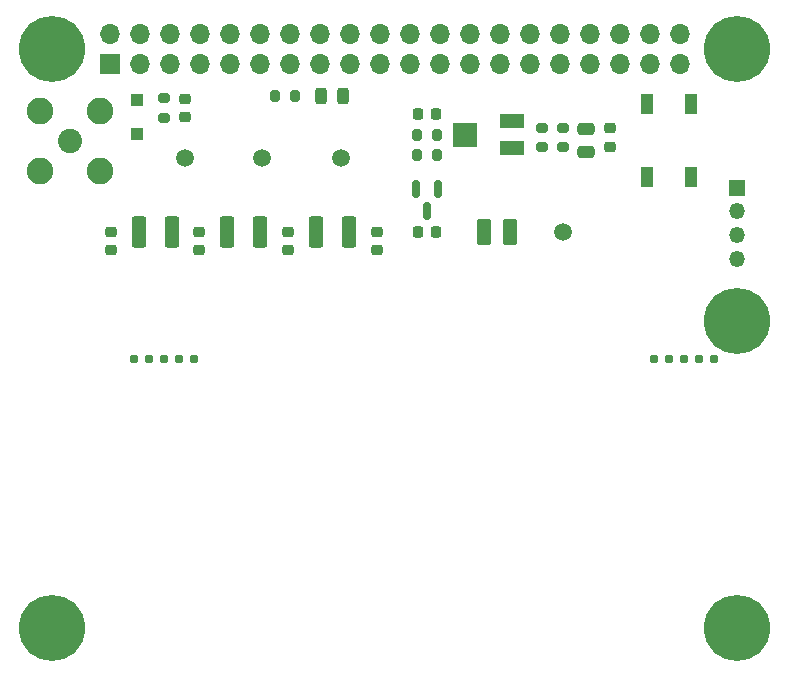
<source format=gbr>
%TF.GenerationSoftware,KiCad,Pcbnew,(6.0.1)*%
%TF.CreationDate,2022-10-10T15:56:49-07:00*%
%TF.ProjectId,WSPR40,57535052-3430-42e6-9b69-6361645f7063,rev?*%
%TF.SameCoordinates,Original*%
%TF.FileFunction,Soldermask,Top*%
%TF.FilePolarity,Negative*%
%FSLAX46Y46*%
G04 Gerber Fmt 4.6, Leading zero omitted, Abs format (unit mm)*
G04 Created by KiCad (PCBNEW (6.0.1)) date 2022-10-10 15:56:49*
%MOMM*%
%LPD*%
G01*
G04 APERTURE LIST*
G04 Aperture macros list*
%AMRoundRect*
0 Rectangle with rounded corners*
0 $1 Rounding radius*
0 $2 $3 $4 $5 $6 $7 $8 $9 X,Y pos of 4 corners*
0 Add a 4 corners polygon primitive as box body*
4,1,4,$2,$3,$4,$5,$6,$7,$8,$9,$2,$3,0*
0 Add four circle primitives for the rounded corners*
1,1,$1+$1,$2,$3*
1,1,$1+$1,$4,$5*
1,1,$1+$1,$6,$7*
1,1,$1+$1,$8,$9*
0 Add four rect primitives between the rounded corners*
20,1,$1+$1,$2,$3,$4,$5,0*
20,1,$1+$1,$4,$5,$6,$7,0*
20,1,$1+$1,$6,$7,$8,$9,0*
20,1,$1+$1,$8,$9,$2,$3,0*%
G04 Aperture macros list end*
%ADD10RoundRect,0.250000X0.375000X1.075000X-0.375000X1.075000X-0.375000X-1.075000X0.375000X-1.075000X0*%
%ADD11RoundRect,0.250000X0.375000X0.850000X-0.375000X0.850000X-0.375000X-0.850000X0.375000X-0.850000X0*%
%ADD12R,1.350000X1.350000*%
%ADD13O,1.350000X1.350000*%
%ADD14RoundRect,0.225000X0.250000X-0.225000X0.250000X0.225000X-0.250000X0.225000X-0.250000X-0.225000X0*%
%ADD15RoundRect,0.225000X-0.250000X0.225000X-0.250000X-0.225000X0.250000X-0.225000X0.250000X0.225000X0*%
%ADD16RoundRect,0.225000X0.225000X0.250000X-0.225000X0.250000X-0.225000X-0.250000X0.225000X-0.250000X0*%
%ADD17C,5.600000*%
%ADD18RoundRect,0.200000X0.275000X-0.200000X0.275000X0.200000X-0.275000X0.200000X-0.275000X-0.200000X0*%
%ADD19C,0.787400*%
%ADD20RoundRect,0.200000X-0.200000X-0.275000X0.200000X-0.275000X0.200000X0.275000X-0.200000X0.275000X0*%
%ADD21C,1.500000*%
%ADD22C,2.250000*%
%ADD23C,2.050000*%
%ADD24RoundRect,0.200000X-0.275000X0.200000X-0.275000X-0.200000X0.275000X-0.200000X0.275000X0.200000X0*%
%ADD25RoundRect,0.150000X-0.150000X0.587500X-0.150000X-0.587500X0.150000X-0.587500X0.150000X0.587500X0*%
%ADD26R,1.100000X1.100000*%
%ADD27R,2.000000X1.300000*%
%ADD28R,2.000000X2.000000*%
%ADD29RoundRect,0.243750X0.243750X0.456250X-0.243750X0.456250X-0.243750X-0.456250X0.243750X-0.456250X0*%
%ADD30RoundRect,0.200000X0.200000X0.275000X-0.200000X0.275000X-0.200000X-0.275000X0.200000X-0.275000X0*%
%ADD31RoundRect,0.250000X-0.475000X0.250000X-0.475000X-0.250000X0.475000X-0.250000X0.475000X0.250000X0*%
%ADD32R,1.100000X1.800000*%
%ADD33O,1.700000X1.700000*%
%ADD34R,1.700000X1.700000*%
G04 APERTURE END LIST*
D10*
%TO.C,L4*%
X63650000Y-69000000D03*
X60850000Y-69000000D03*
%TD*%
%TO.C,L3*%
X68350000Y-69000000D03*
X71150000Y-69000000D03*
%TD*%
%TO.C,L2*%
X78650000Y-69000000D03*
X75850000Y-69000000D03*
%TD*%
D11*
%TO.C,L1*%
X90100000Y-69000000D03*
X92250000Y-69000000D03*
%TD*%
D12*
%TO.C,J1*%
X111500000Y-65250000D03*
D13*
X111500000Y-67250000D03*
X111500000Y-69250000D03*
X111500000Y-71250000D03*
%TD*%
D14*
%TO.C,C9*%
X64750000Y-59275000D03*
X64750000Y-57725000D03*
%TD*%
D15*
%TO.C,C6*%
X66000000Y-70550000D03*
X66000000Y-69000000D03*
%TD*%
%TO.C,C5*%
X73500000Y-70550000D03*
X73500000Y-69000000D03*
%TD*%
%TO.C,C4*%
X81000000Y-70550000D03*
X81000000Y-69000000D03*
%TD*%
D16*
%TO.C,C3*%
X84475000Y-69000000D03*
X86025000Y-69000000D03*
%TD*%
D17*
%TO.C,H3*%
X111500000Y-76500000D03*
%TD*%
D18*
%TO.C,R2*%
X95000000Y-60175000D03*
X95000000Y-61825000D03*
%TD*%
D15*
%TO.C,C1*%
X100750000Y-61775000D03*
X100750000Y-60225000D03*
%TD*%
D19*
%TO.C,H6*%
X105730000Y-79746000D03*
X104460000Y-79746000D03*
X108270000Y-79746000D03*
X109540000Y-79746000D03*
X107000000Y-79746000D03*
%TD*%
D15*
%TO.C,C7*%
X58500000Y-69000000D03*
X58500000Y-70550000D03*
%TD*%
D19*
%TO.C,H7*%
X63000000Y-79746000D03*
X64270000Y-79746000D03*
X65540000Y-79746000D03*
X61730000Y-79746000D03*
X60460000Y-79746000D03*
%TD*%
D20*
%TO.C,R6*%
X86075000Y-62500000D03*
X84425000Y-62500000D03*
%TD*%
D21*
%TO.C,TP2*%
X96750000Y-69000000D03*
%TD*%
D22*
%TO.C,J3*%
X57540000Y-58710000D03*
X52460000Y-63790000D03*
X57540000Y-63790000D03*
X52460000Y-58710000D03*
D23*
X55000000Y-61250000D03*
%TD*%
D17*
%TO.C,H2*%
X111500000Y-53500000D03*
%TD*%
D21*
%TO.C,TP1*%
X71250000Y-62750000D03*
%TD*%
D24*
%TO.C,R1*%
X96750000Y-61825000D03*
X96750000Y-60175000D03*
%TD*%
D17*
%TO.C,H1*%
X53500000Y-53500000D03*
%TD*%
D25*
%TO.C,Q1*%
X85250000Y-67187500D03*
X84300000Y-65312500D03*
X86200000Y-65312500D03*
%TD*%
D17*
%TO.C,H5*%
X53500000Y-102500000D03*
%TD*%
D21*
%TO.C,TP4*%
X78000000Y-62750000D03*
%TD*%
D17*
%TO.C,H4*%
X111500000Y-102500000D03*
%TD*%
D26*
%TO.C,D1*%
X60750000Y-60650000D03*
X60750000Y-57850000D03*
%TD*%
D16*
%TO.C,C8*%
X84475000Y-59000000D03*
X86025000Y-59000000D03*
%TD*%
D24*
%TO.C,R7*%
X63000000Y-57675000D03*
X63000000Y-59325000D03*
%TD*%
D27*
%TO.C,R3*%
X92500000Y-59600000D03*
D28*
X88500000Y-60750000D03*
D27*
X92500000Y-61900000D03*
%TD*%
D21*
%TO.C,TP3*%
X64750000Y-62750000D03*
%TD*%
D29*
%TO.C,LED1*%
X78187500Y-57500000D03*
X76312500Y-57500000D03*
%TD*%
D30*
%TO.C,R5*%
X84425000Y-60750000D03*
X86075000Y-60750000D03*
%TD*%
%TO.C,R4*%
X74075000Y-57500000D03*
X72425000Y-57500000D03*
%TD*%
D31*
%TO.C,C2*%
X98750000Y-62200000D03*
X98750000Y-60300000D03*
%TD*%
D32*
%TO.C,SW1*%
X107600000Y-64350000D03*
X107600000Y-58150000D03*
X103900000Y-58150000D03*
X103900000Y-64350000D03*
%TD*%
D33*
%TO.C,J2*%
X106660000Y-52250000D03*
X106660000Y-54790000D03*
X104120000Y-52250000D03*
X104120000Y-54790000D03*
X101580000Y-52250000D03*
X101580000Y-54790000D03*
X99040000Y-52250000D03*
X99040000Y-54790000D03*
X96500000Y-52250000D03*
X96500000Y-54790000D03*
X93960000Y-52250000D03*
X93960000Y-54790000D03*
X91420000Y-52250000D03*
X91420000Y-54790000D03*
X88880000Y-52250000D03*
X88880000Y-54790000D03*
X86340000Y-52250000D03*
X86340000Y-54790000D03*
X83800000Y-52250000D03*
X83800000Y-54790000D03*
X81260000Y-52250000D03*
X81260000Y-54790000D03*
X78720000Y-52250000D03*
X78720000Y-54790000D03*
X76180000Y-52250000D03*
X76180000Y-54790000D03*
X73640000Y-52250000D03*
X73640000Y-54790000D03*
X71100000Y-52250000D03*
X71100000Y-54790000D03*
X68560000Y-52250000D03*
X68560000Y-54790000D03*
X66020000Y-52250000D03*
X66020000Y-54790000D03*
X63480000Y-52250000D03*
X63480000Y-54790000D03*
X60940000Y-52250000D03*
X60940000Y-54790000D03*
X58400000Y-52250000D03*
D34*
X58400000Y-54790000D03*
%TD*%
M02*

</source>
